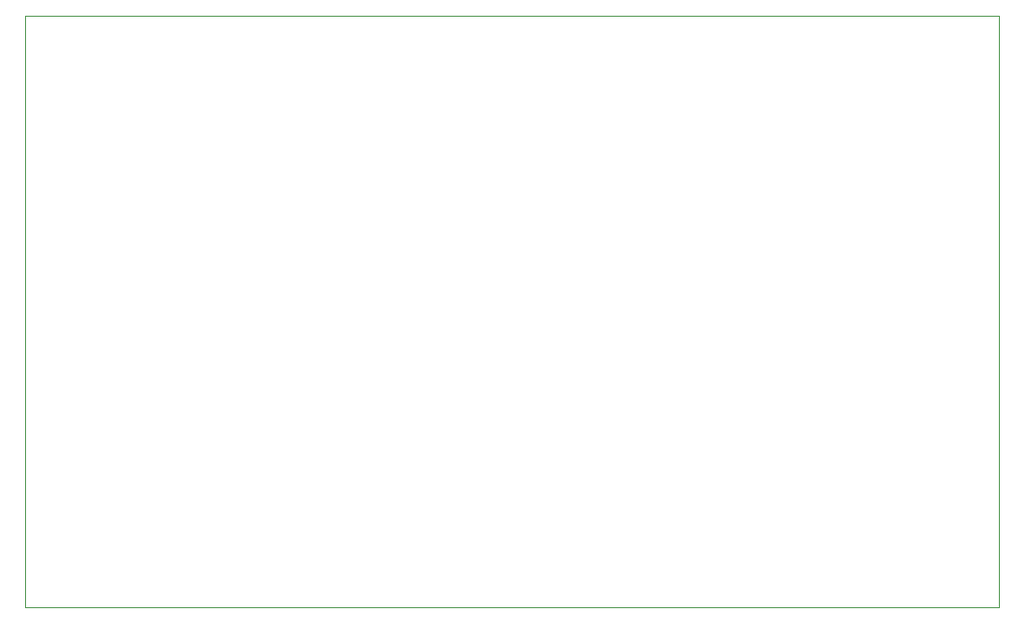
<source format=gm1>
G04 #@! TF.GenerationSoftware,KiCad,Pcbnew,(5.1.5-0-10_14)*
G04 #@! TF.CreationDate,2020-05-20T11:48:18+12:00*
G04 #@! TF.ProjectId,audio-amplifier,61756469-6f2d-4616-9d70-6c6966696572,B*
G04 #@! TF.SameCoordinates,Original*
G04 #@! TF.FileFunction,Profile,NP*
%FSLAX46Y46*%
G04 Gerber Fmt 4.6, Leading zero omitted, Abs format (unit mm)*
G04 Created by KiCad (PCBNEW (5.1.5-0-10_14)) date 2020-05-20 11:48:18*
%MOMM*%
%LPD*%
G04 APERTURE LIST*
%ADD10C,0.100000*%
G04 APERTURE END LIST*
D10*
X119750000Y-36250000D02*
X119750000Y-90250000D01*
X31000000Y-36250000D02*
X119750000Y-36250000D01*
X31000000Y-90250000D02*
X31000000Y-36250000D01*
X119750000Y-90250000D02*
X31000000Y-90250000D01*
M02*

</source>
